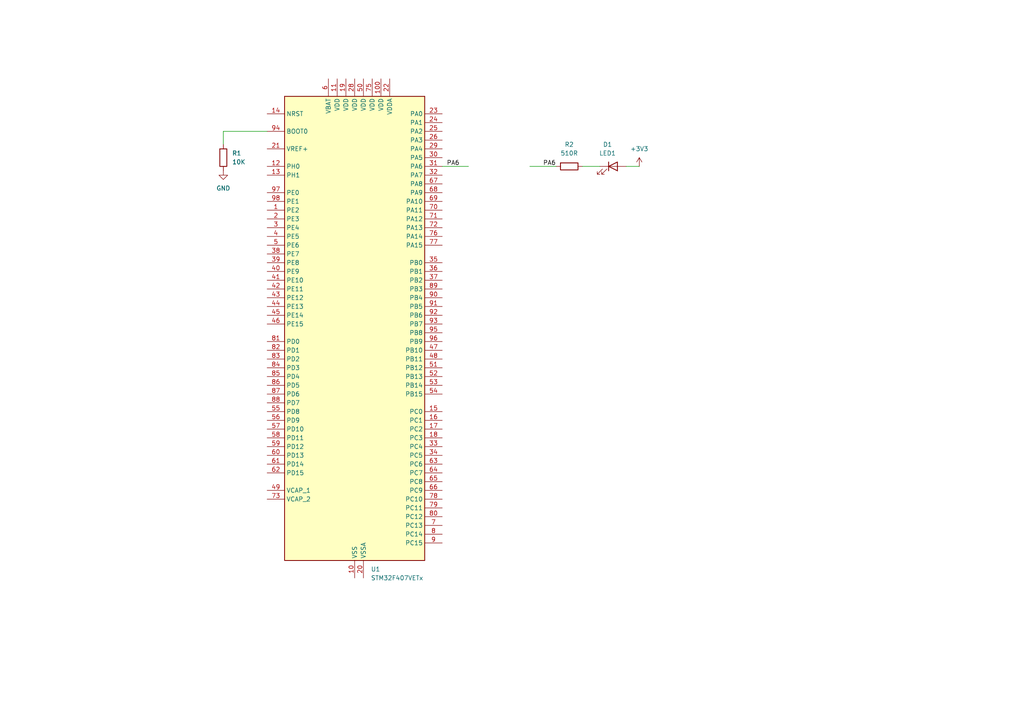
<source format=kicad_sch>
(kicad_sch
	(version 20250114)
	(generator "eeschema")
	(generator_version "9.0")
	(uuid "af1b8215-744b-4611-9afe-67736f56dd3a")
	(paper "A4")
	(lib_symbols
		(symbol "Device:LED"
			(pin_numbers
				(hide yes)
			)
			(pin_names
				(offset 1.016)
				(hide yes)
			)
			(exclude_from_sim no)
			(in_bom yes)
			(on_board yes)
			(property "Reference" "D"
				(at 0 2.54 0)
				(effects
					(font
						(size 1.27 1.27)
					)
				)
			)
			(property "Value" "LED"
				(at 0 -2.54 0)
				(effects
					(font
						(size 1.27 1.27)
					)
				)
			)
			(property "Footprint" ""
				(at 0 0 0)
				(effects
					(font
						(size 1.27 1.27)
					)
					(hide yes)
				)
			)
			(property "Datasheet" "~"
				(at 0 0 0)
				(effects
					(font
						(size 1.27 1.27)
					)
					(hide yes)
				)
			)
			(property "Description" "Light emitting diode"
				(at 0 0 0)
				(effects
					(font
						(size 1.27 1.27)
					)
					(hide yes)
				)
			)
			(property "Sim.Pins" "1=K 2=A"
				(at 0 0 0)
				(effects
					(font
						(size 1.27 1.27)
					)
					(hide yes)
				)
			)
			(property "ki_keywords" "LED diode"
				(at 0 0 0)
				(effects
					(font
						(size 1.27 1.27)
					)
					(hide yes)
				)
			)
			(property "ki_fp_filters" "LED* LED_SMD:* LED_THT:*"
				(at 0 0 0)
				(effects
					(font
						(size 1.27 1.27)
					)
					(hide yes)
				)
			)
			(symbol "LED_0_1"
				(polyline
					(pts
						(xy -3.048 -0.762) (xy -4.572 -2.286) (xy -3.81 -2.286) (xy -4.572 -2.286) (xy -4.572 -1.524)
					)
					(stroke
						(width 0)
						(type default)
					)
					(fill
						(type none)
					)
				)
				(polyline
					(pts
						(xy -1.778 -0.762) (xy -3.302 -2.286) (xy -2.54 -2.286) (xy -3.302 -2.286) (xy -3.302 -1.524)
					)
					(stroke
						(width 0)
						(type default)
					)
					(fill
						(type none)
					)
				)
				(polyline
					(pts
						(xy -1.27 0) (xy 1.27 0)
					)
					(stroke
						(width 0)
						(type default)
					)
					(fill
						(type none)
					)
				)
				(polyline
					(pts
						(xy -1.27 -1.27) (xy -1.27 1.27)
					)
					(stroke
						(width 0.254)
						(type default)
					)
					(fill
						(type none)
					)
				)
				(polyline
					(pts
						(xy 1.27 -1.27) (xy 1.27 1.27) (xy -1.27 0) (xy 1.27 -1.27)
					)
					(stroke
						(width 0.254)
						(type default)
					)
					(fill
						(type none)
					)
				)
			)
			(symbol "LED_1_1"
				(pin passive line
					(at -3.81 0 0)
					(length 2.54)
					(name "K"
						(effects
							(font
								(size 1.27 1.27)
							)
						)
					)
					(number "1"
						(effects
							(font
								(size 1.27 1.27)
							)
						)
					)
				)
				(pin passive line
					(at 3.81 0 180)
					(length 2.54)
					(name "A"
						(effects
							(font
								(size 1.27 1.27)
							)
						)
					)
					(number "2"
						(effects
							(font
								(size 1.27 1.27)
							)
						)
					)
				)
			)
			(embedded_fonts no)
		)
		(symbol "Device:R"
			(pin_numbers
				(hide yes)
			)
			(pin_names
				(offset 0)
			)
			(exclude_from_sim no)
			(in_bom yes)
			(on_board yes)
			(property "Reference" "R"
				(at 2.032 0 90)
				(effects
					(font
						(size 1.27 1.27)
					)
				)
			)
			(property "Value" "R"
				(at 0 0 90)
				(effects
					(font
						(size 1.27 1.27)
					)
				)
			)
			(property "Footprint" ""
				(at -1.778 0 90)
				(effects
					(font
						(size 1.27 1.27)
					)
					(hide yes)
				)
			)
			(property "Datasheet" "~"
				(at 0 0 0)
				(effects
					(font
						(size 1.27 1.27)
					)
					(hide yes)
				)
			)
			(property "Description" "Resistor"
				(at 0 0 0)
				(effects
					(font
						(size 1.27 1.27)
					)
					(hide yes)
				)
			)
			(property "ki_keywords" "R res resistor"
				(at 0 0 0)
				(effects
					(font
						(size 1.27 1.27)
					)
					(hide yes)
				)
			)
			(property "ki_fp_filters" "R_*"
				(at 0 0 0)
				(effects
					(font
						(size 1.27 1.27)
					)
					(hide yes)
				)
			)
			(symbol "R_0_1"
				(rectangle
					(start -1.016 -2.54)
					(end 1.016 2.54)
					(stroke
						(width 0.254)
						(type default)
					)
					(fill
						(type none)
					)
				)
			)
			(symbol "R_1_1"
				(pin passive line
					(at 0 3.81 270)
					(length 1.27)
					(name "~"
						(effects
							(font
								(size 1.27 1.27)
							)
						)
					)
					(number "1"
						(effects
							(font
								(size 1.27 1.27)
							)
						)
					)
				)
				(pin passive line
					(at 0 -3.81 90)
					(length 1.27)
					(name "~"
						(effects
							(font
								(size 1.27 1.27)
							)
						)
					)
					(number "2"
						(effects
							(font
								(size 1.27 1.27)
							)
						)
					)
				)
			)
			(embedded_fonts no)
		)
		(symbol "MCU_ST_STM32F4:STM32F407VETx"
			(exclude_from_sim no)
			(in_bom yes)
			(on_board yes)
			(property "Reference" "U"
				(at -20.32 69.85 0)
				(effects
					(font
						(size 1.27 1.27)
					)
					(justify left)
				)
			)
			(property "Value" "STM32F407VETx"
				(at 12.7 69.85 0)
				(effects
					(font
						(size 1.27 1.27)
					)
					(justify left)
				)
			)
			(property "Footprint" "Package_QFP:LQFP-100_14x14mm_P0.5mm"
				(at -20.32 -66.04 0)
				(effects
					(font
						(size 1.27 1.27)
					)
					(justify right)
					(hide yes)
				)
			)
			(property "Datasheet" "https://www.st.com/resource/en/datasheet/stm32f407ve.pdf"
				(at 0 0 0)
				(effects
					(font
						(size 1.27 1.27)
					)
					(hide yes)
				)
			)
			(property "Description" "STMicroelectronics Arm Cortex-M4 MCU, 512KB flash, 192KB RAM, 168 MHz, 1.8-3.6V, 82 GPIO, LQFP100"
				(at 0 0 0)
				(effects
					(font
						(size 1.27 1.27)
					)
					(hide yes)
				)
			)
			(property "ki_keywords" "Arm Cortex-M4 STM32F4 STM32F407/417"
				(at 0 0 0)
				(effects
					(font
						(size 1.27 1.27)
					)
					(hide yes)
				)
			)
			(property "ki_fp_filters" "LQFP*14x14mm*P0.5mm*"
				(at 0 0 0)
				(effects
					(font
						(size 1.27 1.27)
					)
					(hide yes)
				)
			)
			(symbol "STM32F407VETx_0_1"
				(rectangle
					(start -20.32 -66.04)
					(end 20.32 68.58)
					(stroke
						(width 0.254)
						(type default)
					)
					(fill
						(type background)
					)
				)
			)
			(symbol "STM32F407VETx_1_1"
				(pin input line
					(at -25.4 63.5 0)
					(length 5.08)
					(name "NRST"
						(effects
							(font
								(size 1.27 1.27)
							)
						)
					)
					(number "14"
						(effects
							(font
								(size 1.27 1.27)
							)
						)
					)
				)
				(pin input line
					(at -25.4 58.42 0)
					(length 5.08)
					(name "BOOT0"
						(effects
							(font
								(size 1.27 1.27)
							)
						)
					)
					(number "94"
						(effects
							(font
								(size 1.27 1.27)
							)
						)
					)
				)
				(pin input line
					(at -25.4 53.34 0)
					(length 5.08)
					(name "VREF+"
						(effects
							(font
								(size 1.27 1.27)
							)
						)
					)
					(number "21"
						(effects
							(font
								(size 1.27 1.27)
							)
						)
					)
				)
				(pin bidirectional line
					(at -25.4 48.26 0)
					(length 5.08)
					(name "PH0"
						(effects
							(font
								(size 1.27 1.27)
							)
						)
					)
					(number "12"
						(effects
							(font
								(size 1.27 1.27)
							)
						)
					)
					(alternate "RCC_OSC_IN" bidirectional line)
				)
				(pin bidirectional line
					(at -25.4 45.72 0)
					(length 5.08)
					(name "PH1"
						(effects
							(font
								(size 1.27 1.27)
							)
						)
					)
					(number "13"
						(effects
							(font
								(size 1.27 1.27)
							)
						)
					)
					(alternate "RCC_OSC_OUT" bidirectional line)
				)
				(pin bidirectional line
					(at -25.4 40.64 0)
					(length 5.08)
					(name "PE0"
						(effects
							(font
								(size 1.27 1.27)
							)
						)
					)
					(number "97"
						(effects
							(font
								(size 1.27 1.27)
							)
						)
					)
					(alternate "DCMI_D2" bidirectional line)
					(alternate "FSMC_NBL0" bidirectional line)
					(alternate "TIM4_ETR" bidirectional line)
				)
				(pin bidirectional line
					(at -25.4 38.1 0)
					(length 5.08)
					(name "PE1"
						(effects
							(font
								(size 1.27 1.27)
							)
						)
					)
					(number "98"
						(effects
							(font
								(size 1.27 1.27)
							)
						)
					)
					(alternate "DCMI_D3" bidirectional line)
					(alternate "FSMC_NBL1" bidirectional line)
				)
				(pin bidirectional line
					(at -25.4 35.56 0)
					(length 5.08)
					(name "PE2"
						(effects
							(font
								(size 1.27 1.27)
							)
						)
					)
					(number "1"
						(effects
							(font
								(size 1.27 1.27)
							)
						)
					)
					(alternate "ETH_TXD3" bidirectional line)
					(alternate "FSMC_A23" bidirectional line)
					(alternate "SYS_TRACECLK" bidirectional line)
				)
				(pin bidirectional line
					(at -25.4 33.02 0)
					(length 5.08)
					(name "PE3"
						(effects
							(font
								(size 1.27 1.27)
							)
						)
					)
					(number "2"
						(effects
							(font
								(size 1.27 1.27)
							)
						)
					)
					(alternate "FSMC_A19" bidirectional line)
					(alternate "SYS_TRACED0" bidirectional line)
				)
				(pin bidirectional line
					(at -25.4 30.48 0)
					(length 5.08)
					(name "PE4"
						(effects
							(font
								(size 1.27 1.27)
							)
						)
					)
					(number "3"
						(effects
							(font
								(size 1.27 1.27)
							)
						)
					)
					(alternate "DCMI_D4" bidirectional line)
					(alternate "FSMC_A20" bidirectional line)
					(alternate "SYS_TRACED1" bidirectional line)
				)
				(pin bidirectional line
					(at -25.4 27.94 0)
					(length 5.08)
					(name "PE5"
						(effects
							(font
								(size 1.27 1.27)
							)
						)
					)
					(number "4"
						(effects
							(font
								(size 1.27 1.27)
							)
						)
					)
					(alternate "DCMI_D6" bidirectional line)
					(alternate "FSMC_A21" bidirectional line)
					(alternate "SYS_TRACED2" bidirectional line)
					(alternate "TIM9_CH1" bidirectional line)
				)
				(pin bidirectional line
					(at -25.4 25.4 0)
					(length 5.08)
					(name "PE6"
						(effects
							(font
								(size 1.27 1.27)
							)
						)
					)
					(number "5"
						(effects
							(font
								(size 1.27 1.27)
							)
						)
					)
					(alternate "DCMI_D7" bidirectional line)
					(alternate "FSMC_A22" bidirectional line)
					(alternate "SYS_TRACED3" bidirectional line)
					(alternate "TIM9_CH2" bidirectional line)
				)
				(pin bidirectional line
					(at -25.4 22.86 0)
					(length 5.08)
					(name "PE7"
						(effects
							(font
								(size 1.27 1.27)
							)
						)
					)
					(number "38"
						(effects
							(font
								(size 1.27 1.27)
							)
						)
					)
					(alternate "FSMC_D4" bidirectional line)
					(alternate "FSMC_DA4" bidirectional line)
					(alternate "TIM1_ETR" bidirectional line)
				)
				(pin bidirectional line
					(at -25.4 20.32 0)
					(length 5.08)
					(name "PE8"
						(effects
							(font
								(size 1.27 1.27)
							)
						)
					)
					(number "39"
						(effects
							(font
								(size 1.27 1.27)
							)
						)
					)
					(alternate "FSMC_D5" bidirectional line)
					(alternate "FSMC_DA5" bidirectional line)
					(alternate "TIM1_CH1N" bidirectional line)
				)
				(pin bidirectional line
					(at -25.4 17.78 0)
					(length 5.08)
					(name "PE9"
						(effects
							(font
								(size 1.27 1.27)
							)
						)
					)
					(number "40"
						(effects
							(font
								(size 1.27 1.27)
							)
						)
					)
					(alternate "DAC_EXTI9" bidirectional line)
					(alternate "FSMC_D6" bidirectional line)
					(alternate "FSMC_DA6" bidirectional line)
					(alternate "TIM1_CH1" bidirectional line)
				)
				(pin bidirectional line
					(at -25.4 15.24 0)
					(length 5.08)
					(name "PE10"
						(effects
							(font
								(size 1.27 1.27)
							)
						)
					)
					(number "41"
						(effects
							(font
								(size 1.27 1.27)
							)
						)
					)
					(alternate "FSMC_D7" bidirectional line)
					(alternate "FSMC_DA7" bidirectional line)
					(alternate "TIM1_CH2N" bidirectional line)
				)
				(pin bidirectional line
					(at -25.4 12.7 0)
					(length 5.08)
					(name "PE11"
						(effects
							(font
								(size 1.27 1.27)
							)
						)
					)
					(number "42"
						(effects
							(font
								(size 1.27 1.27)
							)
						)
					)
					(alternate "ADC1_EXTI11" bidirectional line)
					(alternate "ADC2_EXTI11" bidirectional line)
					(alternate "ADC3_EXTI11" bidirectional line)
					(alternate "FSMC_D8" bidirectional line)
					(alternate "FSMC_DA8" bidirectional line)
					(alternate "TIM1_CH2" bidirectional line)
				)
				(pin bidirectional line
					(at -25.4 10.16 0)
					(length 5.08)
					(name "PE12"
						(effects
							(font
								(size 1.27 1.27)
							)
						)
					)
					(number "43"
						(effects
							(font
								(size 1.27 1.27)
							)
						)
					)
					(alternate "FSMC_D9" bidirectional line)
					(alternate "FSMC_DA9" bidirectional line)
					(alternate "TIM1_CH3N" bidirectional line)
				)
				(pin bidirectional line
					(at -25.4 7.62 0)
					(length 5.08)
					(name "PE13"
						(effects
							(font
								(size 1.27 1.27)
							)
						)
					)
					(number "44"
						(effects
							(font
								(size 1.27 1.27)
							)
						)
					)
					(alternate "FSMC_D10" bidirectional line)
					(alternate "FSMC_DA10" bidirectional line)
					(alternate "TIM1_CH3" bidirectional line)
				)
				(pin bidirectional line
					(at -25.4 5.08 0)
					(length 5.08)
					(name "PE14"
						(effects
							(font
								(size 1.27 1.27)
							)
						)
					)
					(number "45"
						(effects
							(font
								(size 1.27 1.27)
							)
						)
					)
					(alternate "FSMC_D11" bidirectional line)
					(alternate "FSMC_DA11" bidirectional line)
					(alternate "TIM1_CH4" bidirectional line)
				)
				(pin bidirectional line
					(at -25.4 2.54 0)
					(length 5.08)
					(name "PE15"
						(effects
							(font
								(size 1.27 1.27)
							)
						)
					)
					(number "46"
						(effects
							(font
								(size 1.27 1.27)
							)
						)
					)
					(alternate "ADC1_EXTI15" bidirectional line)
					(alternate "ADC2_EXTI15" bidirectional line)
					(alternate "ADC3_EXTI15" bidirectional line)
					(alternate "FSMC_D12" bidirectional line)
					(alternate "FSMC_DA12" bidirectional line)
					(alternate "TIM1_BKIN" bidirectional line)
				)
				(pin bidirectional line
					(at -25.4 -2.54 0)
					(length 5.08)
					(name "PD0"
						(effects
							(font
								(size 1.27 1.27)
							)
						)
					)
					(number "81"
						(effects
							(font
								(size 1.27 1.27)
							)
						)
					)
					(alternate "CAN1_RX" bidirectional line)
					(alternate "FSMC_D2" bidirectional line)
					(alternate "FSMC_DA2" bidirectional line)
				)
				(pin bidirectional line
					(at -25.4 -5.08 0)
					(length 5.08)
					(name "PD1"
						(effects
							(font
								(size 1.27 1.27)
							)
						)
					)
					(number "82"
						(effects
							(font
								(size 1.27 1.27)
							)
						)
					)
					(alternate "CAN1_TX" bidirectional line)
					(alternate "FSMC_D3" bidirectional line)
					(alternate "FSMC_DA3" bidirectional line)
				)
				(pin bidirectional line
					(at -25.4 -7.62 0)
					(length 5.08)
					(name "PD2"
						(effects
							(font
								(size 1.27 1.27)
							)
						)
					)
					(number "83"
						(effects
							(font
								(size 1.27 1.27)
							)
						)
					)
					(alternate "DCMI_D11" bidirectional line)
					(alternate "SDIO_CMD" bidirectional line)
					(alternate "TIM3_ETR" bidirectional line)
					(alternate "UART5_RX" bidirectional line)
				)
				(pin bidirectional line
					(at -25.4 -10.16 0)
					(length 5.08)
					(name "PD3"
						(effects
							(font
								(size 1.27 1.27)
							)
						)
					)
					(number "84"
						(effects
							(font
								(size 1.27 1.27)
							)
						)
					)
					(alternate "FSMC_CLK" bidirectional line)
					(alternate "USART2_CTS" bidirectional line)
				)
				(pin bidirectional line
					(at -25.4 -12.7 0)
					(length 5.08)
					(name "PD4"
						(effects
							(font
								(size 1.27 1.27)
							)
						)
					)
					(number "85"
						(effects
							(font
								(size 1.27 1.27)
							)
						)
					)
					(alternate "FSMC_NOE" bidirectional line)
					(alternate "USART2_RTS" bidirectional line)
				)
				(pin bidirectional line
					(at -25.4 -15.24 0)
					(length 5.08)
					(name "PD5"
						(effects
							(font
								(size 1.27 1.27)
							)
						)
					)
					(number "86"
						(effects
							(font
								(size 1.27 1.27)
							)
						)
					)
					(alternate "FSMC_NWE" bidirectional line)
					(alternate "USART2_TX" bidirectional line)
				)
				(pin bidirectional line
					(at -25.4 -17.78 0)
					(length 5.08)
					(name "PD6"
						(effects
							(font
								(size 1.27 1.27)
							)
						)
					)
					(number "87"
						(effects
							(font
								(size 1.27 1.27)
							)
						)
					)
					(alternate "FSMC_NWAIT" bidirectional line)
					(alternate "USART2_RX" bidirectional line)
				)
				(pin bidirectional line
					(at -25.4 -20.32 0)
					(length 5.08)
					(name "PD7"
						(effects
							(font
								(size 1.27 1.27)
							)
						)
					)
					(number "88"
						(effects
							(font
								(size 1.27 1.27)
							)
						)
					)
					(alternate "FSMC_NCE2" bidirectional line)
					(alternate "FSMC_NE1" bidirectional line)
					(alternate "USART2_CK" bidirectional line)
				)
				(pin bidirectional line
					(at -25.4 -22.86 0)
					(length 5.08)
					(name "PD8"
						(effects
							(font
								(size 1.27 1.27)
							)
						)
					)
					(number "55"
						(effects
							(font
								(size 1.27 1.27)
							)
						)
					)
					(alternate "FSMC_D13" bidirectional line)
					(alternate "FSMC_DA13" bidirectional line)
					(alternate "USART3_TX" bidirectional line)
				)
				(pin bidirectional line
					(at -25.4 -25.4 0)
					(length 5.08)
					(name "PD9"
						(effects
							(font
								(size 1.27 1.27)
							)
						)
					)
					(number "56"
						(effects
							(font
								(size 1.27 1.27)
							)
						)
					)
					(alternate "DAC_EXTI9" bidirectional line)
					(alternate "FSMC_D14" bidirectional line)
					(alternate "FSMC_DA14" bidirectional line)
					(alternate "USART3_RX" bidirectional line)
				)
				(pin bidirectional line
					(at -25.4 -27.94 0)
					(length 5.08)
					(name "PD10"
						(effects
							(font
								(size 1.27 1.27)
							)
						)
					)
					(number "57"
						(effects
							(font
								(size 1.27 1.27)
							)
						)
					)
					(alternate "FSMC_D15" bidirectional line)
					(alternate "FSMC_DA15" bidirectional line)
					(alternate "USART3_CK" bidirectional line)
				)
				(pin bidirectional line
					(at -25.4 -30.48 0)
					(length 5.08)
					(name "PD11"
						(effects
							(font
								(size 1.27 1.27)
							)
						)
					)
					(number "58"
						(effects
							(font
								(size 1.27 1.27)
							)
						)
					)
					(alternate "ADC1_EXTI11" bidirectional line)
					(alternate "ADC2_EXTI11" bidirectional line)
					(alternate "ADC3_EXTI11" bidirectional line)
					(alternate "FSMC_A16" bidirectional line)
					(alternate "FSMC_CLE" bidirectional line)
					(alternate "USART3_CTS" bidirectional line)
				)
				(pin bidirectional line
					(at -25.4 -33.02 0)
					(length 5.08)
					(name "PD12"
						(effects
							(font
								(size 1.27 1.27)
							)
						)
					)
					(number "59"
						(effects
							(font
								(size 1.27 1.27)
							)
						)
					)
					(alternate "FSMC_A17" bidirectional line)
					(alternate "FSMC_ALE" bidirectional line)
					(alternate "TIM4_CH1" bidirectional line)
					(alternate "USART3_RTS" bidirectional line)
				)
				(pin bidirectional line
					(at -25.4 -35.56 0)
					(length 5.08)
					(name "PD13"
						(effects
							(font
								(size 1.27 1.27)
							)
						)
					)
					(number "60"
						(effects
							(font
								(size 1.27 1.27)
							)
						)
					)
					(alternate "FSMC_A18" bidirectional line)
					(alternate "TIM4_CH2" bidirectional line)
				)
				(pin bidirectional line
					(at -25.4 -38.1 0)
					(length 5.08)
					(name "PD14"
						(effects
							(font
								(size 1.27 1.27)
							)
						)
					)
					(number "61"
						(effects
							(font
								(size 1.27 1.27)
							)
						)
					)
					(alternate "FSMC_D0" bidirectional line)
					(alternate "FSMC_DA0" bidirectional line)
					(alternate "TIM4_CH3" bidirectional line)
				)
				(pin bidirectional line
					(at -25.4 -40.64 0)
					(length 5.08)
					(name "PD15"
						(effects
							(font
								(size 1.27 1.27)
							)
						)
					)
					(number "62"
						(effects
							(font
								(size 1.27 1.27)
							)
						)
					)
					(alternate "ADC1_EXTI15" bidirectional line)
					(alternate "ADC2_EXTI15" bidirectional line)
					(alternate "ADC3_EXTI15" bidirectional line)
					(alternate "FSMC_D1" bidirectional line)
					(alternate "FSMC_DA1" bidirectional line)
					(alternate "TIM4_CH4" bidirectional line)
				)
				(pin power_out line
					(at -25.4 -45.72 0)
					(length 5.08)
					(name "VCAP_1"
						(effects
							(font
								(size 1.27 1.27)
							)
						)
					)
					(number "49"
						(effects
							(font
								(size 1.27 1.27)
							)
						)
					)
				)
				(pin power_out line
					(at -25.4 -48.26 0)
					(length 5.08)
					(name "VCAP_2"
						(effects
							(font
								(size 1.27 1.27)
							)
						)
					)
					(number "73"
						(effects
							(font
								(size 1.27 1.27)
							)
						)
					)
				)
				(pin power_in line
					(at -7.62 73.66 270)
					(length 5.08)
					(name "VBAT"
						(effects
							(font
								(size 1.27 1.27)
							)
						)
					)
					(number "6"
						(effects
							(font
								(size 1.27 1.27)
							)
						)
					)
				)
				(pin power_in line
					(at -5.08 73.66 270)
					(length 5.08)
					(name "VDD"
						(effects
							(font
								(size 1.27 1.27)
							)
						)
					)
					(number "11"
						(effects
							(font
								(size 1.27 1.27)
							)
						)
					)
				)
				(pin power_in line
					(at -2.54 73.66 270)
					(length 5.08)
					(name "VDD"
						(effects
							(font
								(size 1.27 1.27)
							)
						)
					)
					(number "19"
						(effects
							(font
								(size 1.27 1.27)
							)
						)
					)
				)
				(pin power_in line
					(at 0 73.66 270)
					(length 5.08)
					(name "VDD"
						(effects
							(font
								(size 1.27 1.27)
							)
						)
					)
					(number "28"
						(effects
							(font
								(size 1.27 1.27)
							)
						)
					)
				)
				(pin power_in line
					(at 0 -71.12 90)
					(length 5.08)
					(name "VSS"
						(effects
							(font
								(size 1.27 1.27)
							)
						)
					)
					(number "10"
						(effects
							(font
								(size 1.27 1.27)
							)
						)
					)
				)
				(pin passive line
					(at 0 -71.12 90)
					(length 5.08)
					(hide yes)
					(name "VSS"
						(effects
							(font
								(size 1.27 1.27)
							)
						)
					)
					(number "27"
						(effects
							(font
								(size 1.27 1.27)
							)
						)
					)
				)
				(pin passive line
					(at 0 -71.12 90)
					(length 5.08)
					(hide yes)
					(name "VSS"
						(effects
							(font
								(size 1.27 1.27)
							)
						)
					)
					(number "74"
						(effects
							(font
								(size 1.27 1.27)
							)
						)
					)
				)
				(pin passive line
					(at 0 -71.12 90)
					(length 5.08)
					(hide yes)
					(name "VSS"
						(effects
							(font
								(size 1.27 1.27)
							)
						)
					)
					(number "99"
						(effects
							(font
								(size 1.27 1.27)
							)
						)
					)
				)
				(pin power_in line
					(at 2.54 73.66 270)
					(length 5.08)
					(name "VDD"
						(effects
							(font
								(size 1.27 1.27)
							)
						)
					)
					(number "50"
						(effects
							(font
								(size 1.27 1.27)
							)
						)
					)
				)
				(pin power_in line
					(at 2.54 -71.12 90)
					(length 5.08)
					(name "VSSA"
						(effects
							(font
								(size 1.27 1.27)
							)
						)
					)
					(number "20"
						(effects
							(font
								(size 1.27 1.27)
							)
						)
					)
				)
				(pin power_in line
					(at 5.08 73.66 270)
					(length 5.08)
					(name "VDD"
						(effects
							(font
								(size 1.27 1.27)
							)
						)
					)
					(number "75"
						(effects
							(font
								(size 1.27 1.27)
							)
						)
					)
				)
				(pin power_in line
					(at 7.62 73.66 270)
					(length 5.08)
					(name "VDD"
						(effects
							(font
								(size 1.27 1.27)
							)
						)
					)
					(number "100"
						(effects
							(font
								(size 1.27 1.27)
							)
						)
					)
				)
				(pin power_in line
					(at 10.16 73.66 270)
					(length 5.08)
					(name "VDDA"
						(effects
							(font
								(size 1.27 1.27)
							)
						)
					)
					(number "22"
						(effects
							(font
								(size 1.27 1.27)
							)
						)
					)
				)
				(pin bidirectional line
					(at 25.4 63.5 180)
					(length 5.08)
					(name "PA0"
						(effects
							(font
								(size 1.27 1.27)
							)
						)
					)
					(number "23"
						(effects
							(font
								(size 1.27 1.27)
							)
						)
					)
					(alternate "ADC1_IN0" bidirectional line)
					(alternate "ADC2_IN0" bidirectional line)
					(alternate "ADC3_IN0" bidirectional line)
					(alternate "ETH_CRS" bidirectional line)
					(alternate "SYS_WKUP" bidirectional line)
					(alternate "TIM2_CH1" bidirectional line)
					(alternate "TIM2_ETR" bidirectional line)
					(alternate "TIM5_CH1" bidirectional line)
					(alternate "TIM8_ETR" bidirectional line)
					(alternate "UART4_TX" bidirectional line)
					(alternate "USART2_CTS" bidirectional line)
				)
				(pin bidirectional line
					(at 25.4 60.96 180)
					(length 5.08)
					(name "PA1"
						(effects
							(font
								(size 1.27 1.27)
							)
						)
					)
					(number "24"
						(effects
							(font
								(size 1.27 1.27)
							)
						)
					)
					(alternate "ADC1_IN1" bidirectional line)
					(alternate "ADC2_IN1" bidirectional line)
					(alternate "ADC3_IN1" bidirectional line)
					(alternate "ETH_REF_CLK" bidirectional line)
					(alternate "ETH_RX_CLK" bidirectional line)
					(alternate "TIM2_CH2" bidirectional line)
					(alternate "TIM5_CH2" bidirectional line)
					(alternate "UART4_RX" bidirectional line)
					(alternate "USART2_RTS" bidirectional line)
				)
				(pin bidirectional line
					(at 25.4 58.42 180)
					(length 5.08)
					(name "PA2"
						(effects
							(font
								(size 1.27 1.27)
							)
						)
					)
					(number "25"
						(effects
							(font
								(size 1.27 1.27)
							)
						)
					)
					(alternate "ADC1_IN2" bidirectional line)
					(alternate "ADC2_IN2" bidirectional line)
					(alternate "ADC3_IN2" bidirectional line)
					(alternate "ETH_MDIO" bidirectional line)
					(alternate "TIM2_CH3" bidirectional line)
					(alternate "TIM5_CH3" bidirectional line)
					(alternate "TIM9_CH1" bidirectional line)
					(alternate "USART2_TX" bidirectional line)
				)
				(pin bidirectional line
					(at 25.4 55.88 180)
					(length 5.08)
					(name "PA3"
						(effects
							(font
								(size 1.27 1.27)
							)
						)
					)
					(number "26"
						(effects
							(font
								(size 1.27 1.27)
							)
						)
					)
					(alternate "ADC1_IN3" bidirectional line)
					(alternate "ADC2_IN3" bidirectional line)
					(alternate "ADC3_IN3" bidirectional line)
					(alternate "ETH_COL" bidirectional line)
					(alternate "TIM2_CH4" bidirectional line)
					(alternate "TIM5_CH4" bidirectional line)
					(alternate "TIM9_CH2" bidirectional line)
					(alternate "USART2_RX" bidirectional line)
					(alternate "USB_OTG_HS_ULPI_D0" bidirectional line)
				)
				(pin bidirectional line
					(at 25.4 53.34 180)
					(length 5.08)
					(name "PA4"
						(effects
							(font
								(size 1.27 1.27)
							)
						)
					)
					(number "29"
						(effects
							(font
								(size 1.27 1.27)
							)
						)
					)
					(alternate "ADC1_IN4" bidirectional line)
					(alternate "ADC2_IN4" bidirectional line)
					(alternate "DAC_OUT1" bidirectional line)
					(alternate "DCMI_HSYNC" bidirectional line)
					(alternate "I2S3_WS" bidirectional line)
					(alternate "SPI1_NSS" bidirectional line)
					(alternate "SPI3_NSS" bidirectional line)
					(alternate "USART2_CK" bidirectional line)
					(alternate "USB_OTG_HS_SOF" bidirectional line)
				)
				(pin bidirectional line
					(at 25.4 50.8 180)
					(length 5.08)
					(name "PA5"
						(effects
							(font
								(size 1.27 1.27)
							)
						)
					)
					(number "30"
						(effects
							(font
								(size 1.27 1.27)
							)
						)
					)
					(alternate "ADC1_IN5" bidirectional line)
					(alternate "ADC2_IN5" bidirectional line)
					(alternate "DAC_OUT2" bidirectional line)
					(alternate "SPI1_SCK" bidirectional line)
					(alternate "TIM2_CH1" bidirectional line)
					(alternate "TIM2_ETR" bidirectional line)
					(alternate "TIM8_CH1N" bidirectional line)
					(alternate "USB_OTG_HS_ULPI_CK" bidirectional line)
				)
				(pin bidirectional line
					(at 25.4 48.26 180)
					(length 5.08)
					(name "PA6"
						(effects
							(font
								(size 1.27 1.27)
							)
						)
					)
					(number "31"
						(effects
							(font
								(size 1.27 1.27)
							)
						)
					)
					(alternate "ADC1_IN6" bidirectional line)
					(alternate "ADC2_IN6" bidirectional line)
					(alternate "DCMI_PIXCLK" bidirectional line)
					(alternate "SPI1_MISO" bidirectional line)
					(alternate "TIM13_CH1" bidirectional line)
					(alternate "TIM1_BKIN" bidirectional line)
					(alternate "TIM3_CH1" bidirectional line)
					(alternate "TIM8_BKIN" bidirectional line)
				)
				(pin bidirectional line
					(at 25.4 45.72 180)
					(length 5.08)
					(name "PA7"
						(effects
							(font
								(size 1.27 1.27)
							)
						)
					)
					(number "32"
						(effects
							(font
								(size 1.27 1.27)
							)
						)
					)
					(alternate "ADC1_IN7" bidirectional line)
					(alternate "ADC2_IN7" bidirectional line)
					(alternate "ETH_CRS_DV" bidirectional line)
					(alternate "ETH_RX_DV" bidirectional line)
					(alternate "SPI1_MOSI" bidirectional line)
					(alternate "TIM14_CH1" bidirectional line)
					(alternate "TIM1_CH1N" bidirectional line)
					(alternate "TIM3_CH2" bidirectional line)
					(alternate "TIM8_CH1N" bidirectional line)
				)
				(pin bidirectional line
					(at 25.4 43.18 180)
					(length 5.08)
					(name "PA8"
						(effects
							(font
								(size 1.27 1.27)
							)
						)
					)
					(number "67"
						(effects
							(font
								(size 1.27 1.27)
							)
						)
					)
					(alternate "I2C3_SCL" bidirectional line)
					(alternate "RCC_MCO_1" bidirectional line)
					(alternate "TIM1_CH1" bidirectional line)
					(alternate "USART1_CK" bidirectional line)
					(alternate "USB_OTG_FS_SOF" bidirectional line)
				)
				(pin bidirectional line
					(at 25.4 40.64 180)
					(length 5.08)
					(name "PA9"
						(effects
							(font
								(size 1.27 1.27)
							)
						)
					)
					(number "68"
						(effects
							(font
								(size 1.27 1.27)
							)
						)
					)
					(alternate "DAC_EXTI9" bidirectional line)
					(alternate "DCMI_D0" bidirectional line)
					(alternate "I2C3_SMBA" bidirectional line)
					(alternate "TIM1_CH2" bidirectional line)
					(alternate "USART1_TX" bidirectional line)
					(alternate "USB_OTG_FS_VBUS" bidirectional line)
				)
				(pin bidirectional line
					(at 25.4 38.1 180)
					(length 5.08)
					(name "PA10"
						(effects
							(font
								(size 1.27 1.27)
							)
						)
					)
					(number "69"
						(effects
							(font
								(size 1.27 1.27)
							)
						)
					)
					(alternate "DCMI_D1" bidirectional line)
					(alternate "TIM1_CH3" bidirectional line)
					(alternate "USART1_RX" bidirectional line)
					(alternate "USB_OTG_FS_ID" bidirectional line)
				)
				(pin bidirectional line
					(at 25.4 35.56 180)
					(length 5.08)
					(name "PA11"
						(effects
							(font
								(size 1.27 1.27)
							)
						)
					)
					(number "70"
						(effects
							(font
								(size 1.27 1.27)
							)
						)
					)
					(alternate "ADC1_EXTI11" bidirectional line)
					(alternate "ADC2_EXTI11" bidirectional line)
					(alternate "ADC3_EXTI11" bidirectional line)
					(alternate "CAN1_RX" bidirectional line)
					(alternate "TIM1_CH4" bidirectional line)
					(alternate "USART1_CTS" bidirectional line)
					(alternate "USB_OTG_FS_DM" bidirectional line)
				)
				(pin bidirectional line
					(at 25.4 33.02 180)
					(length 5.08)
					(name "PA12"
						(effects
							(font
								(size 1.27 1.27)
							)
						)
					)
					(number "71"
						(effects
							(font
								(size 1.27 1.27)
							)
						)
					)
					(alternate "CAN1_TX" bidirectional line)
					(alternate "TIM1_ETR" bidirectional line)
					(alternate "USART1_RTS" bidirectional line)
					(alternate "USB_OTG_FS_DP" bidirectional line)
				)
				(pin bidirectional line
					(at 25.4 30.48 180)
					(length 5.08)
					(name "PA13"
						(effects
							(font
								(size 1.27 1.27)
							)
						)
					)
					(number "72"
						(effects
							(font
								(size 1.27 1.27)
							)
						)
					)
					(alternate "SYS_JTMS-SWDIO" bidirectional line)
				)
				(pin bidirectional line
					(at 25.4 27.94 180)
					(length 5.08)
					(name "PA14"
						(effects
							(font
								(size 1.27 1.27)
							)
						)
					)
					(number "76"
						(effects
							(font
								(size 1.27 1.27)
							)
						)
					)
					(alternate "SYS_JTCK-SWCLK" bidirectional line)
				)
				(pin bidirectional line
					(at 25.4 25.4 180)
					(length 5.08)
					(name "PA15"
						(effects
							(font
								(size 1.27 1.27)
							)
						)
					)
					(number "77"
						(effects
							(font
								(size 1.27 1.27)
							)
						)
					)
					(alternate "ADC1_EXTI15" bidirectional line)
					(alternate "ADC2_EXTI15" bidirectional line)
					(alternate "ADC3_EXTI15" bidirectional line)
					(alternate "I2S3_WS" bidirectional line)
					(alternate "SPI1_NSS" bidirectional line)
					(alternate "SPI3_NSS" bidirectional line)
					(alternate "SYS_JTDI" bidirectional line)
					(alternate "TIM2_CH1" bidirectional line)
					(alternate "TIM2_ETR" bidirectional line)
				)
				(pin bidirectional line
					(at 25.4 20.32 180)
					(length 5.08)
					(name "PB0"
						(effects
							(font
								(size 1.27 1.27)
							)
						)
					)
					(number "35"
						(effects
							(font
								(size 1.27 1.27)
							)
						)
					)
					(alternate "ADC1_IN8" bidirectional line)
					(alternate "ADC2_IN8" bidirectional line)
					(alternate "ETH_RXD2" bidirectional line)
					(alternate "TIM1_CH2N" bidirectional line)
					(alternate "TIM3_CH3" bidirectional line)
					(alternate "TIM8_CH2N" bidirectional line)
					(alternate "USB_OTG_HS_ULPI_D1" bidirectional line)
				)
				(pin bidirectional line
					(at 25.4 17.78 180)
					(length 5.08)
					(name "PB1"
						(effects
							(font
								(size 1.27 1.27)
							)
						)
					)
					(number "36"
						(effects
							(font
								(size 1.27 1.27)
							)
						)
					)
					(alternate "ADC1_IN9" bidirectional line)
					(alternate "ADC2_IN9" bidirectional line)
					(alternate "ETH_RXD3" bidirectional line)
					(alternate "TIM1_CH3N" bidirectional line)
					(alternate "TIM3_CH4" bidirectional line)
					(alternate "TIM8_CH3N" bidirectional line)
					(alternate "USB_OTG_HS_ULPI_D2" bidirectional line)
				)
				(pin bidirectional line
					(at 25.4 15.24 180)
					(length 5.08)
					(name "PB2"
						(effects
							(font
								(size 1.27 1.27)
							)
						)
					)
					(number "37"
						(effects
							(font
								(size 1.27 1.27)
							)
						)
					)
				)
				(pin bidirectional line
					(at 25.4 12.7 180)
					(length 5.08)
					(name "PB3"
						(effects
							(font
								(size 1.27 1.27)
							)
						)
					)
					(number "89"
						(effects
							(font
								(size 1.27 1.27)
							)
						)
					)
					(alternate "I2S3_CK" bidirectional line)
					(alternate "SPI1_SCK" bidirectional line)
					(alternate "SPI3_SCK" bidirectional line)
					(alternate "SYS_JTDO-SWO" bidirectional line)
					(alternate "TIM2_CH2" bidirectional line)
				)
				(pin bidirectional line
					(at 25.4 10.16 180)
					(length 5.08)
					(name "PB4"
						(effects
							(font
								(size 1.27 1.27)
							)
						)
					)
					(number "90"
						(effects
							(font
								(size 1.27 1.27)
							)
						)
					)
					(alternate "I2S3_ext_SD" bidirectional line)
					(alternate "SPI1_MISO" bidirectional line)
					(alternate "SPI3_MISO" bidirectional line)
					(alternate "SYS_JTRST" bidirectional line)
					(alternate "TIM3_CH1" bidirectional line)
				)
				(pin bidirectional line
					(at 25.4 7.62 180)
					(length 5.08)
					(name "PB5"
						(effects
							(font
								(size 1.27 1.27)
							)
						)
					)
					(number "91"
						(effects
							(font
								(size 1.27 1.27)
							)
						)
					)
					(alternate "CAN2_RX" bidirectional line)
					(alternate "DCMI_D10" bidirectional line)
					(alternate "ETH_PPS_OUT" bidirectional line)
					(alternate "I2C1_SMBA" bidirectional line)
					(alternate "I2S3_SD" bidirectional line)
					(alternate "SPI1_MOSI" bidirectional line)
					(alternate "SPI3_MOSI" bidirectional line)
					(alternate "TIM3_CH2" bidirectional line)
					(alternate "USB_OTG_HS_ULPI_D7" bidirectional line)
				)
				(pin bidirectional line
					(at 25.4 5.08 180)
					(length 5.08)
					(name "PB6"
						(effects
							(font
								(size 1.27 1.27)
							)
						)
					)
					(number "92"
						(effects
							(font
								(size 1.27 1.27)
							)
						)
					)
					(alternate "CAN2_TX" bidirectional line)
					(alternate "DCMI_D5" bidirectional line)
					(alternate "I2C1_SCL" bidirectional line)
					(alternate "TIM4_CH1" bidirectional line)
					(alternate "USART1_TX" bidirectional line)
				)
				(pin bidirectional line
					(at 25.4 2.54 180)
					(length 5.08)
					(name "PB7"
						(effects
							(font
								(size 1.27 1.27)
							)
						)
					)
					(number "93"
						(effects
							(font
								(size 1.27 1.27)
							)
						)
					)
					(alternate "DCMI_VSYNC" bidirectional line)
					(alternate "FSMC_NL" bidirectional line)
					(alternate "I2C1_SDA" bidirectional line)
					(alternate "TIM4_CH2" bidirectional line)
					(alternate "USART1_RX" bidirectional line)
				)
				(pin bidirectional line
					(at 25.4 0 180)
					(length 5.08)
					(name "PB8"
						(effects
							(font
								(size 1.27 1.27)
							)
						)
					)
					(number "95"
						(effects
							(font
								(size 1.27 1.27)
							)
						)
					)
					(alternate "CAN1_RX" bidirectional line)
					(alternate "DCMI_D6" bidirectional line)
					(alternate "ETH_TXD3" bidirectional line)
					(alternate "I2C1_SCL" bidirectional line)
					(alternate "SDIO_D4" bidirectional line)
					(alternate "TIM10_CH1" bidirectional line)
					(alternate "TIM4_CH3" bidirectional line)
				)
				(pin bidirectional line
					(at 25.4 -2.54 180)
					(length 5.08)
					(name "PB9"
						(effects
							(font
								(size 1.27 1.27)
							)
						)
					)
					(number "96"
						(effects
							(font
								(size 1.27 1.27)
							)
						)
					)
					(alternate "CAN1_TX" bidirectional line)
					(alternate "DAC_EXTI9" bidirectional line)
					(alternate "DCMI_D7" bidirectional line)
					(alternate "I2C1_SDA" bidirectional line)
					(alternate "I2S2_WS" bidirectional line)
					(alternate "SDIO_D5" bidirectional line)
					(alternate "SPI2_NSS" bidirectional line)
					(alternate "TIM11_CH1" bidirectional line)
					(alternate "TIM4_CH4" bidirectional line)
				)
				(pin bidirectional line
					(at 25.4 -5.08 180)
					(length 5.08)
					(name "PB10"
						(effects
							(font
								(size 1.27 1.27)
							)
						)
					)
					(number "47"
						(effects
							(font
								(size 1.27 1.27)
							)
						)
					)
					(alternate "ETH_RX_ER" bidirectional line)
					(alternate "I2C2_SCL" bidirectional line)
					(alternate "I2S2_CK" bidirectional line)
					(alternate "SPI2_SCK" bidirectional line)
					(alternate "TIM2_CH3" bidirectional line)
					(alternate "USART3_TX" bidirectional line)
					(alternate "USB_OTG_HS_ULPI_D3" bidirectional line)
				)
				(pin bidirectional line
					(at 25.4 -7.62 180)
					(length 5.08)
					(name "PB11"
						(effects
							(font
								(size 1.27 1.27)
							)
						)
					)
					(number "48"
						(effects
							(font
								(size 1.27 1.27)
							)
						)
					)
					(alternate "ADC1_EXTI11" bidirectional line)
					(alternate "ADC2_EXTI11" bidirectional line)
					(alternate "ADC3_EXTI11" bidirectional line)
					(alternate "ETH_TX_EN" bidirectional line)
					(alternate "I2C2_SDA" bidirectional line)
					(alternate "TIM2_CH4" bidirectional line)
					(alternate "USART3_RX" bidirectional line)
					(alternate "USB_OTG_HS_ULPI_D4" bidirectional line)
				)
				(pin bidirectional line
					(at 25.4 -10.16 180)
					(length 5.08)
					(name "PB12"
						(effects
							(font
								(size 1.27 1.27)
							)
						)
					)
					(number "51"
						(effects
							(font
								(size 1.27 1.27)
							)
						)
					)
					(alternate "CAN2_RX" bidirectional line)
					(alternate "ETH_TXD0" bidirectional line)
					(alternate "I2C2_SMBA" bidirectional line)
					(alternate "I2S2_WS" bidirectional line)
					(alternate "SPI2_NSS" bidirectional line)
					(alternate "TIM1_BKIN" bidirectional line)
					(alternate "USART3_CK" bidirectional line)
					(alternate "USB_OTG_HS_ID" bidirectional line)
					(alternate "USB_OTG_HS_ULPI_D5" bidirectional line)
				)
				(pin bidirectional line
					(at 25.4 -12.7 180)
					(length 5.08)
					(name "PB13"
						(effects
							(font
								(size 1.27 1.27)
							)
						)
					)
					(number "52"
						(effects
							(font
								(size 1.27 1.27)
							)
						)
					)
					(alternate "CAN2_TX" bidirectional line)
					(alternate "ETH_TXD1" bidirectional line)
					(alternate "I2S2_CK" bidirectional line)
					(alternate "SPI2_SCK" bidirectional line)
					(alternate "TIM1_CH1N" bidirectional line)
					(alternate "USART3_CTS" bidirectional line)
					(alternate "USB_OTG_HS_ULPI_D6" bidirectional line)
					(alternate "USB_OTG_HS_VBUS" bidirectional line)
				)
				(pin bidirectional line
					(at 25.4 -15.24 180)
					(length 5.08)
					(name "PB14"
						(effects
							(font
								(size 1.27 1.27)
							)
						)
					)
					(number "53"
						(effects
							(font
								(size 1.27 1.27)
							)
						)
					)
					(alternate "I2S2_ext_SD" bidirectional line)
					(alternate "SPI2_MISO" bidirectional line)
					(alternate "TIM12_CH1" bidirectional line)
					(alternate "TIM1_CH2N" bidirectional line)
					(alternate "TIM8_CH2N" bidirectional line)
					(alternate "USART3_RTS" bidirectional line)
					(alternate "USB_OTG_HS_DM" bidirectional line)
				)
				(pin bidirectional line
					(at 25.4 -17.78 180)
					(length 5.08)
					(name "PB15"
						(effects
							(font
								(size 1.27 1.27)
							)
						)
					)
					(number "54"
						(effects
							(font
								(size 1.27 1.27)
							)
						)
					)
					(alternate "ADC1_EXTI15" bidirectional line)
					(alternate "ADC2_EXTI15" bidirectional line)
					(alternate "ADC3_EXTI15" bidirectional line)
					(alternate "I2S2_SD" bidirectional line)
					(alternate "RTC_REFIN" bidirectional line)
					(alternate "SPI2_MOSI" bidirectional line)
					(alternate "TIM12_CH2" bidirectional line)
					(alternate "TIM1_CH3N" bidirectional line)
					(alternate "TIM8_CH3N" bidirectional line)
					(alternate "USB_OTG_HS_DP" bidirectional line)
				)
				(pin bidirectional line
					(at 25.4 -22.86 180)
					(length 5.08)
					(name "PC0"
						(effects
							(font
								(size 1.27 1.27)
							)
						)
					)
					(number "15"
						(effects
							(font
								(size 1.27 1.27)
							)
						)
					)
					(alternate "ADC1_IN10" bidirectional line)
					(alternate "ADC2_IN10" bidirectional line)
					(alternate "ADC3_IN10" bidirectional line)
					(alternate "USB_OTG_HS_ULPI_STP" bidirectional line)
				)
				(pin bidirectional line
					(at 25.4 -25.4 180)
					(length 5.08)
					(name "PC1"
						(effects
							(font
								(size 1.27 1.27)
							)
						)
					)
					(number "16"
						(effects
							(font
								(size 1.27 1.27)
							)
						)
					)
					(alternate "ADC1_IN11" bidirectional line)
					(alternate "ADC2_IN11" bidirectional line)
					(alternate "ADC3_IN11" bidirectional line)
					(alternate "ETH_MDC" bidirectional line)
				)
				(pin bidirectional line
					(at 25.4 -27.94 180)
					(length 5.08)
					(name "PC2"
						(effects
							(font
								(size 1.27 1.27)
							)
						)
					)
					(number "17"
						(effects
							(font
								(size 1.27 1.27)
							)
						)
					)
					(alternate "ADC1_IN12" bidirectional line)
					(alternate "ADC2_IN12" bidirectional line)
					(alternate "ADC3_IN12" bidirectional line)
					(alternate "ETH_TXD2" bidirectional line)
					(alternate "I2S2_ext_SD" bidirectional line)
					(alternate "SPI2_MISO" bidirectional line)
					(alternate "USB_OTG_HS_ULPI_DIR" bidirectional line)
				)
				(pin bidirectional line
					(at 25.4 -30.48 180)
					(length 5.08)
					(name "PC3"
						(effects
							(font
								(size 1.27 1.27)
							)
						)
					)
					(number "18"
						(effects
							(font
								(size 1.27 1.27)
							)
						)
					)
					(alternate "ADC1_IN13" bidirectional line)
					(alternate "ADC2_IN13" bidirectional line)
					(alternate "ADC3_IN13" bidirectional line)
					(alternate "ETH_TX_CLK" bidirectional line)
					(alternate "I2S2_SD" bidirectional line)
					(alternate "SPI2_MOSI" bidirectional line)
					(alternate "USB_OTG_HS_ULPI_NXT" bidirectional line)
				)
				(pin bidirectional line
					(at 25.4 -33.02 180)
					(length 5.08)
					(name "PC4"
						(effects
							(font
								(size 1.27 1.27)
							)
						)
					)
					(number "33"
						(effects
							(font
								(size 1.27 1.27)
							)
						)
					)
					(alternate "ADC1_IN14" bidirectional line)
					(alternate "ADC2_IN14" bidirectional line)
					(alternate "ETH_RXD0" bidirectional line)
				)
				(pin bidirectional line
					(at 25.4 -35.56 180)
					(length 5.08)
					(name "PC5"
						(effects
							(font
								(size 1.27 1.27)
							)
						)
					)
					(number "34"
						(effects
							(font
								(size 1.27 1.27)
							)
						)
					)
					(alternate "ADC1_IN15" bidirectional line)
					(alternate "ADC2_IN15" bidirectional line)
					(alternate "ETH_RXD1" bidirectional line)
				)
				(pin bidirectional line
					(at 25.4 -38.1 180)
					(length 5.08)
					(name "PC6"
						(effects
							(font
								(size 1.27 1.27)
							)
						)
					)
					(number "63"
						(effects
							(font
								(size 1.27 1.27)
							)
						)
					)
					(alternate "DCMI_D0" bidirectional line)
					(alternate "I2S2_MCK" bidirectional line)
					(alternate "SDIO_D6" bidirectional line)
					(alternate "TIM3_CH1" bidirectional line)
					(alternate "TIM8_CH1" bidirectional line)
					(alternate "USART6_TX" bidirectional line)
				)
				(pin bidirectional line
					(at 25.4 -40.64 180)
					(length 5.08)
					(name "PC7"
						(effects
							(font
								(size 1.27 1.27)
							)
						)
					)
					(number "64"
						(effects
							(font
								(size 1.27 1.27)
							)
						)
					)
					(alternate "DCMI_D1" bidirectional line)
					(alternate "I2S3_MCK" bidirectional line)
					(alternate "SDIO_D7" bidirectional line)
					(alternate "TIM3_CH2" bidirectional line)
					(alternate "TIM8_CH2" bidirectional line)
					(alternate "USART6_RX" bidirectional line)
				)
				(pin bidirectional line
					(at 25.4 -43.18 180)
					(length 5.08)
					(name "PC8"
						(effects
							(font
								(size 1.27 1.27)
							)
						)
					)
					(number "65"
						(effects
							(font
								(size 1.27 1.27)
							)
						)
					)
					(alternate "DCMI_D2" bidirectional line)
					(alternate "SDIO_D0" bidirectional line)
					(alternate "TIM3_CH3" bidirectional line)
					(alternate "TIM8_CH3" bidirectional line)
					(alternate "USART6_CK" bidirectional line)
				)
				(pin bidirectional line
					(at 25.4 -45.72 180)
					(length 5.08)
					(name "PC9"
						(effects
							(font
								(size 1.27 1.27)
							)
						)
					)
					(number "66"
						(effects
							(font
								(size 1.27 1.27)
							)
						)
					)
					(alternate "DAC_EXTI9" bidirectional line)
					(alternate "DCMI_D3" bidirectional line)
					(alternate "I2C3_SDA" bidirectional line)
					(alternate "I2S_CKIN" bidirectional line)
					(alternate "RCC_MCO_2" bidirectional line)
					(alternate "SDIO_D1" bidirectional line)
					(alternate "TIM3_CH4" bidirectional line)
					(alternate "TIM8_CH4" bidirectional line)
				)
				(pin bidirectional line
					(at 25.4 -48.26 180)
					(length 5.08)
					(name "PC10"
						(effects
							(font
								(size 1.27 1.27)
							)
						)
					)
					(number "78"
						(effects
							(font
								(size 1.27 1.27)
							)
						)
					)
					(alternate "DCMI_D8" bidirectional line)
					(alternate "I2S3_CK" bidirectional line)
					(alternate "SDIO_D2" bidirectional line)
					(alternate "SPI3_SCK" bidirectional line)
					(alternate "UART4_TX" bidirectional line)
					(alternate "USART3_TX" bidirectional line)
				)
				(pin bidirectional line
					(at 25.4 -50.8 180)
					(length 5.08)
					(name "PC11"
						(effects
							(font
								(size 1.27 1.27)
							)
						)
					)
					(number "79"
						(effects
							(font
								(size 1.27 1.27)
							)
						)
					)
					(alternate "ADC1_EXTI11" bidirectional line)
					(alternate "ADC2_EXTI11" bidirectional line)
					(alternate "ADC3_EXTI11" bidirectional line)
					(alternate "DCMI_D4" bidirectional line)
					(alternate "I2S3_ext_SD" bidirectional line)
					(alternate "SDIO_D3" bidirectional line)
					(alternate "SPI3_MISO" bidirectional line)
					(alternate "UART4_RX" bidirectional line)
					(alternate "USART3_RX" bidirectional line)
				)
				(pin bidirectional line
					(at 25.4 -53.34 180)
					(length 5.08)
					(name "PC12"
						(effects
							(font
								(size 1.27 1.27)
							)
						)
					)
					(number "80"
						(effects
							(font
								(size 1.27 1.27)
							)
						)
					)
					(alternate "DCMI_D9" bidirectional line)
					(alternate "I2S3_SD" bidirectional line)
					(alternate "SDIO_CK" bidirectional line)
					(alternate "SPI3_MOSI" bidirectional line)
					(alternate "UART5_TX" bidirectional line)
					(alternate "USART3_CK" bidirectional line)
				)
				(pin bidirectional line
					(at 25.4 -55.88 180)
					(length 5.08)
					(name "PC13"
						(effects
							(font
								(size 1.27 1.27)
							)
						)
					)
					(number "7"
						(effects
							(font
								(size 1.27 1.27)
							)
						)
					)
					(alternate "RTC_AF1" bidirectional line)
				)
				(pin bidirectional line
					(at 25.4 -58.42 180)
					(length 5.08)
					(name "PC14"
						(effects
							(font
								(size 1.27 1.27)
							)
						)
					)
					(number "8"
						(effects
							(font
								(size 1.27 1.27)
							)
						)
					)
					(alternate "RCC_OSC32_IN" bidirectional line)
				)
				(pin bidirectional line
					(at 25.4 -60.96 180)
					(length 5.08)
					(name "PC15"
						(effects
							(font
								(size 1.27 1.27)
							)
						)
					)
					(number "9"
						(effects
							(font
								(size 1.27 1.27)
							)
						)
					)
					(alternate "ADC1_EXTI15" bidirectional line)
					(alternate "ADC2_EXTI15" bidirectional line)
					(alternate "ADC3_EXTI15" bidirectional line)
					(alternate "RCC_OSC32_OUT" bidirectional line)
				)
			)
			(embedded_fonts no)
		)
		(symbol "power:+3V3"
			(power)
			(pin_numbers
				(hide yes)
			)
			(pin_names
				(offset 0)
				(hide yes)
			)
			(exclude_from_sim no)
			(in_bom yes)
			(on_board yes)
			(property "Reference" "#PWR"
				(at 0 -3.81 0)
				(effects
					(font
						(size 1.27 1.27)
					)
					(hide yes)
				)
			)
			(property "Value" "+3V3"
				(at 0 3.556 0)
				(effects
					(font
						(size 1.27 1.27)
					)
				)
			)
			(property "Footprint" ""
				(at 0 0 0)
				(effects
					(font
						(size 1.27 1.27)
					)
					(hide yes)
				)
			)
			(property "Datasheet" ""
				(at 0 0 0)
				(effects
					(font
						(size 1.27 1.27)
					)
					(hide yes)
				)
			)
			(property "Description" "Power symbol creates a global label with name \"+3V3\""
				(at 0 0 0)
				(effects
					(font
						(size 1.27 1.27)
					)
					(hide yes)
				)
			)
			(property "ki_keywords" "global power"
				(at 0 0 0)
				(effects
					(font
						(size 1.27 1.27)
					)
					(hide yes)
				)
			)
			(symbol "+3V3_0_1"
				(polyline
					(pts
						(xy -0.762 1.27) (xy 0 2.54)
					)
					(stroke
						(width 0)
						(type default)
					)
					(fill
						(type none)
					)
				)
				(polyline
					(pts
						(xy 0 2.54) (xy 0.762 1.27)
					)
					(stroke
						(width 0)
						(type default)
					)
					(fill
						(type none)
					)
				)
				(polyline
					(pts
						(xy 0 0) (xy 0 2.54)
					)
					(stroke
						(width 0)
						(type default)
					)
					(fill
						(type none)
					)
				)
			)
			(symbol "+3V3_1_1"
				(pin power_in line
					(at 0 0 90)
					(length 0)
					(name "~"
						(effects
							(font
								(size 1.27 1.27)
							)
						)
					)
					(number "1"
						(effects
							(font
								(size 1.27 1.27)
							)
						)
					)
				)
			)
			(embedded_fonts no)
		)
		(symbol "power:GND"
			(power)
			(pin_numbers
				(hide yes)
			)
			(pin_names
				(offset 0)
				(hide yes)
			)
			(exclude_from_sim no)
			(in_bom yes)
			(on_board yes)
			(property "Reference" "#PWR"
				(at 0 -6.35 0)
				(effects
					(font
						(size 1.27 1.27)
					)
					(hide yes)
				)
			)
			(property "Value" "GND"
				(at 0 -3.81 0)
				(effects
					(font
						(size 1.27 1.27)
					)
				)
			)
			(property "Footprint" ""
				(at 0 0 0)
				(effects
					(font
						(size 1.27 1.27)
					)
					(hide yes)
				)
			)
			(property "Datasheet" ""
				(at 0 0 0)
				(effects
					(font
						(size 1.27 1.27)
					)
					(hide yes)
				)
			)
			(property "Description" "Power symbol creates a global label with name \"GND\" , ground"
				(at 0 0 0)
				(effects
					(font
						(size 1.27 1.27)
					)
					(hide yes)
				)
			)
			(property "ki_keywords" "global power"
				(at 0 0 0)
				(effects
					(font
						(size 1.27 1.27)
					)
					(hide yes)
				)
			)
			(symbol "GND_0_1"
				(polyline
					(pts
						(xy 0 0) (xy 0 -1.27) (xy 1.27 -1.27) (xy 0 -2.54) (xy -1.27 -1.27) (xy 0 -1.27)
					)
					(stroke
						(width 0)
						(type default)
					)
					(fill
						(type none)
					)
				)
			)
			(symbol "GND_1_1"
				(pin power_in line
					(at 0 0 270)
					(length 0)
					(name "~"
						(effects
							(font
								(size 1.27 1.27)
							)
						)
					)
					(number "1"
						(effects
							(font
								(size 1.27 1.27)
							)
						)
					)
				)
			)
			(embedded_fonts no)
		)
	)
	(wire
		(pts
			(xy 153.67 48.26) (xy 161.29 48.26)
		)
		(stroke
			(width 0)
			(type default)
		)
		(uuid "494746bf-c318-4a56-bd59-a55af179ba83")
	)
	(wire
		(pts
			(xy 128.27 48.26) (xy 135.89 48.26)
		)
		(stroke
			(width 0)
			(type default)
		)
		(uuid "8b3fb98a-3f80-435e-9c89-b7d503bf16e0")
	)
	(wire
		(pts
			(xy 64.77 38.1) (xy 77.47 38.1)
		)
		(stroke
			(width 0)
			(type default)
		)
		(uuid "b5ad7262-bc4e-4b6c-a229-5be781788283")
	)
	(wire
		(pts
			(xy 168.91 48.26) (xy 173.99 48.26)
		)
		(stroke
			(width 0)
			(type default)
		)
		(uuid "bcf3e1a3-10d3-41be-9be7-5823d2bd329c")
	)
	(wire
		(pts
			(xy 64.77 41.91) (xy 64.77 38.1)
		)
		(stroke
			(width 0)
			(type default)
		)
		(uuid "c7d3d0fb-6674-41d5-8e0e-59fbe37900a1")
	)
	(wire
		(pts
			(xy 181.61 48.26) (xy 185.42 48.26)
		)
		(stroke
			(width 0)
			(type default)
		)
		(uuid "edd2036a-4a63-4129-bb18-4ea40bcd2f33")
	)
	(label "PA6"
		(at 129.54 48.26 0)
		(effects
			(font
				(size 1.27 1.27)
			)
			(justify left bottom)
		)
		(uuid "2ee475a7-bd6f-4661-98a1-8a43d2b4c768")
	)
	(label "PA6"
		(at 157.48 48.26 0)
		(effects
			(font
				(size 1.27 1.27)
			)
			(justify left bottom)
		)
		(uuid "4708a295-e894-4f0b-97c4-a7d9de7f1ca3")
	)
	(symbol
		(lib_id "Device:R")
		(at 64.77 45.72 0)
		(unit 1)
		(exclude_from_sim no)
		(in_bom yes)
		(on_board yes)
		(dnp no)
		(fields_autoplaced yes)
		(uuid "0923cef6-6e81-4fcc-8e6d-4579aab81dcb")
		(property "Reference" "R1"
			(at 67.31 44.4499 0)
			(effects
				(font
					(size 1.27 1.27)
				)
				(justify left)
			)
		)
		(property "Value" "10K"
			(at 67.31 46.9899 0)
			(effects
				(font
					(size 1.27 1.27)
				)
				(justify left)
			)
		)
		(property "Footprint" ""
			(at 62.992 45.72 90)
			(effects
				(font
					(size 1.27 1.27)
				)
				(hide yes)
			)
		)
		(property "Datasheet" "~"
			(at 64.77 45.72 0)
			(effects
				(font
					(size 1.27 1.27)
				)
				(hide yes)
			)
		)
		(property "Description" "Resistor"
			(at 64.77 45.72 0)
			(effects
				(font
					(size 1.27 1.27)
				)
				(hide yes)
			)
		)
		(pin "1"
			(uuid "3a4f4544-f61f-468f-b739-9f13601d06b0")
		)
		(pin "2"
			(uuid "499f2db9-ee7e-40c8-8927-a91f7fadabac")
		)
		(instances
			(project ""
				(path "/af1b8215-744b-4611-9afe-67736f56dd3a"
					(reference "R1")
					(unit 1)
				)
			)
		)
	)
	(symbol
		(lib_id "Device:R")
		(at 165.1 48.26 90)
		(unit 1)
		(exclude_from_sim no)
		(in_bom yes)
		(on_board yes)
		(dnp no)
		(fields_autoplaced yes)
		(uuid "75976dd3-ee16-4c0f-8b03-c8a9e9cccc87")
		(property "Reference" "R2"
			(at 165.1 41.91 90)
			(effects
				(font
					(size 1.27 1.27)
				)
			)
		)
		(property "Value" "510R"
			(at 165.1 44.45 90)
			(effects
				(font
					(size 1.27 1.27)
				)
			)
		)
		(property "Footprint" ""
			(at 165.1 50.038 90)
			(effects
				(font
					(size 1.27 1.27)
				)
				(hide yes)
			)
		)
		(property "Datasheet" "~"
			(at 165.1 48.26 0)
			(effects
				(font
					(size 1.27 1.27)
				)
				(hide yes)
			)
		)
		(property "Description" "Resistor"
			(at 165.1 48.26 0)
			(effects
				(font
					(size 1.27 1.27)
				)
				(hide yes)
			)
		)
		(pin "2"
			(uuid "52db70cc-6569-448e-8a27-2e45e339cd8f")
		)
		(pin "1"
			(uuid "5046c887-95ae-4391-9451-b1bd3641ba08")
		)
		(instances
			(project ""
				(path "/af1b8215-744b-4611-9afe-67736f56dd3a"
					(reference "R2")
					(unit 1)
				)
			)
		)
	)
	(symbol
		(lib_id "MCU_ST_STM32F4:STM32F407VETx")
		(at 102.87 96.52 0)
		(unit 1)
		(exclude_from_sim no)
		(in_bom yes)
		(on_board yes)
		(dnp no)
		(fields_autoplaced yes)
		(uuid "7d210a35-ed54-4ddd-a64e-767fbd0d38a9")
		(property "Reference" "U1"
			(at 107.5533 165.1 0)
			(effects
				(font
					(size 1.27 1.27)
				)
				(justify left)
			)
		)
		(property "Value" "STM32F407VETx"
			(at 107.5533 167.64 0)
			(effects
				(font
					(size 1.27 1.27)
				)
				(justify left)
			)
		)
		(property "Footprint" "Package_QFP:LQFP-100_14x14mm_P0.5mm"
			(at 82.55 162.56 0)
			(effects
				(font
					(size 1.27 1.27)
				)
				(justify right)
				(hide yes)
			)
		)
		(property "Datasheet" "https://www.st.com/resource/en/datasheet/stm32f407ve.pdf"
			(at 102.87 96.52 0)
			(effects
				(font
					(size 1.27 1.27)
				)
				(hide yes)
			)
		)
		(property "Description" "STMicroelectronics Arm Cortex-M4 MCU, 512KB flash, 192KB RAM, 168 MHz, 1.8-3.6V, 82 GPIO, LQFP100"
			(at 102.87 96.52 0)
			(effects
				(font
					(size 1.27 1.27)
				)
				(hide yes)
			)
		)
		(pin "21"
			(uuid "1fa27d07-668e-4f7e-8609-7e6564e30730")
		)
		(pin "12"
			(uuid "19362967-7b8a-4da8-b86b-fb452355c7ca")
		)
		(pin "14"
			(uuid "1e3f3867-546a-4b5b-9b8e-5255c1cfab87")
		)
		(pin "94"
			(uuid "d662ec91-980e-482a-b2bf-743fa832e9e4")
		)
		(pin "86"
			(uuid "9417ccd7-8fbf-4378-8420-f54bc284aac8")
		)
		(pin "55"
			(uuid "677830d6-5f40-435d-981e-5ffb9cef92e2")
		)
		(pin "88"
			(uuid "26a98dea-ac02-4747-bdc0-21d8e6618d7d")
		)
		(pin "5"
			(uuid "67ab388b-2287-4965-8fc3-935689d719b8")
		)
		(pin "3"
			(uuid "b5b8101c-383c-4e61-9b61-d8da734f32a2")
		)
		(pin "39"
			(uuid "6a98cc0f-e5cd-43f5-9903-76716967fa37")
		)
		(pin "42"
			(uuid "b21165f5-f37e-42bd-994b-031ee612dad1")
		)
		(pin "13"
			(uuid "06927c43-47f7-4cd3-91c2-e0a1eb958ebe")
		)
		(pin "45"
			(uuid "5100b91f-0437-48ea-b21b-c31bdbf698ce")
		)
		(pin "81"
			(uuid "a71085a7-8249-4c14-b6e2-e825ad764e2b")
		)
		(pin "1"
			(uuid "566ce55a-5f55-4dd1-a13e-5064377907f9")
		)
		(pin "2"
			(uuid "06be3b40-fa94-4ca0-bd85-ecb237b4fabe")
		)
		(pin "38"
			(uuid "38ebed69-5d54-488e-b020-c9676a1924eb")
		)
		(pin "44"
			(uuid "4dc0122d-36f8-407a-acb0-02e0d0d17675")
		)
		(pin "43"
			(uuid "c1a4dd57-3d9c-4250-89c1-f5962c531b67")
		)
		(pin "46"
			(uuid "865a4977-ad0d-48a6-862d-f5fed4a0716e")
		)
		(pin "82"
			(uuid "6357b3bb-b494-44c9-994e-b1141e78c6cb")
		)
		(pin "4"
			(uuid "70a9a53d-f6a9-4474-98f7-6fba5f872958")
		)
		(pin "40"
			(uuid "c0aaedec-4f09-49e4-87f5-6611dee6541f")
		)
		(pin "84"
			(uuid "4be33546-d9bc-45d4-addd-869dee168fdc")
		)
		(pin "98"
			(uuid "fa63983c-aca1-48ed-8aa2-c1e0181354ef")
		)
		(pin "97"
			(uuid "3e825641-34ee-4221-8fde-7cb2dcb04d60")
		)
		(pin "41"
			(uuid "e53c8ac2-6b98-4ce7-9b59-176dcdeb2987")
		)
		(pin "83"
			(uuid "50681064-8565-4bb9-acc2-b5404fdef9a5")
		)
		(pin "85"
			(uuid "c9cde492-469b-4abb-9b84-98aefe80110c")
		)
		(pin "87"
			(uuid "e6180dd0-159e-4200-8e4d-16b476643fca")
		)
		(pin "56"
			(uuid "5185f1aa-d6fe-4f12-9850-4683ea1d21c1")
		)
		(pin "57"
			(uuid "b1451608-b7c1-44da-85d4-a4c683550e17")
		)
		(pin "59"
			(uuid "3e0e1b34-3679-42f9-99be-5d2e3781bd34")
		)
		(pin "60"
			(uuid "3e8b8f3b-deb4-4416-9a1d-0fd63db164ec")
		)
		(pin "61"
			(uuid "724ce283-2427-45c5-9970-2304100acd36")
		)
		(pin "62"
			(uuid "7a5a61e3-7d8d-449d-8677-76c477208765")
		)
		(pin "58"
			(uuid "67d81edc-ed30-4442-8177-feb5b90f227d")
		)
		(pin "49"
			(uuid "897366b8-f29c-4a14-a4b5-a7880a55a8c1")
		)
		(pin "73"
			(uuid "94df7937-e18d-4cdf-bfde-c97b81480d46")
		)
		(pin "27"
			(uuid "a390e941-6817-4611-825b-c8927d7309a3")
		)
		(pin "68"
			(uuid "8cd3d717-dedc-44ec-af47-02edf4c826b1")
		)
		(pin "72"
			(uuid "76b7420d-8a2d-445c-809d-18049e2724e8")
		)
		(pin "11"
			(uuid "f61deb6b-1362-4e5a-b3d3-7ae4dc2b44d9")
		)
		(pin "23"
			(uuid "f09530bb-8730-436e-9414-17a9628f131b")
		)
		(pin "74"
			(uuid "b782aa34-aab6-4e22-a4d0-a1ac021c3c6c")
		)
		(pin "100"
			(uuid "18d83f8e-2915-40b4-b2bb-e986a9348dbd")
		)
		(pin "75"
			(uuid "2ed9dac0-f8e1-4b1e-9b6e-8239f96e2b87")
		)
		(pin "19"
			(uuid "825ab36f-d008-4dc0-bc40-9a40f5403f4d")
		)
		(pin "22"
			(uuid "a86c7476-9cea-4386-a888-45a9c52d741d")
		)
		(pin "26"
			(uuid "7139ddc8-6609-475f-a0b1-65cb1ae37246")
		)
		(pin "50"
			(uuid "f1b24fab-5dc7-4b78-8410-8e40d703e90f")
		)
		(pin "29"
			(uuid "3610512d-b902-4497-b56e-42b9620476aa")
		)
		(pin "32"
			(uuid "51f8224c-8cc2-48cc-89d8-f80b42f72e61")
		)
		(pin "20"
			(uuid "8bc3c0ac-b627-4375-96d7-92c29562249b")
		)
		(pin "99"
			(uuid "a5a6fb76-15f0-41de-baed-087edc8ef6c8")
		)
		(pin "24"
			(uuid "92d3b145-2bac-4363-8c30-60315b0de7c2")
		)
		(pin "67"
			(uuid "22829ce6-8630-43f3-a473-69548b10d8fc")
		)
		(pin "69"
			(uuid "e49428ab-c01e-4928-908b-e9716e96b354")
		)
		(pin "6"
			(uuid "e67a4595-6d17-4ab0-93b7-6277270240a0")
		)
		(pin "30"
			(uuid "d12c37df-9e5e-4954-974a-22d4f119d0ce")
		)
		(pin "10"
			(uuid "8f412d80-13e8-4b26-b134-bbd87f18dce9")
		)
		(pin "31"
			(uuid "f0e04781-2ca2-4f21-87ff-88d3fd9020fa")
		)
		(pin "70"
			(uuid "640e616c-200a-4a6b-a9a6-dfd41f5a20bc")
		)
		(pin "28"
			(uuid "51a76d85-14e0-43c3-a484-bb3a4d776f3a")
		)
		(pin "25"
			(uuid "14817b94-e5cd-4d05-a4f1-dcb1a2f2a2a7")
		)
		(pin "71"
			(uuid "85828ecc-53d6-4ac8-aba3-16aa055e8f0d")
		)
		(pin "93"
			(uuid "e5419191-6692-4c20-87a3-c6a17b8708e8")
		)
		(pin "33"
			(uuid "0c462f3f-985a-4c5d-b8a2-e2e62a3d9e4e")
		)
		(pin "63"
			(uuid "ffa65d28-b6b8-451d-89cd-c177e6326d44")
		)
		(pin "35"
			(uuid "5dfb69c8-63ef-4efc-bf13-ecebdd6384ed")
		)
		(pin "89"
			(uuid "9092f655-9aee-4a30-b8a8-1193c670f25d")
		)
		(pin "54"
			(uuid "ccc4b19d-6a19-499f-a0eb-67d91c723933")
		)
		(pin "17"
			(uuid "a5a37ca8-9178-4298-8fe4-1121bc8fcb39")
		)
		(pin "80"
			(uuid "f3b83913-87e6-4a1b-946d-166a7ae24c9d")
		)
		(pin "8"
			(uuid "b0430a15-7504-458a-8295-d2a483746e45")
		)
		(pin "15"
			(uuid "2d27ab3f-bc0c-4962-a690-eb9cf5d29834")
		)
		(pin "96"
			(uuid "2c0ee5ef-1d24-46a0-ad04-c6ba8cb35dc9")
		)
		(pin "91"
			(uuid "4f7f5b1c-bdcc-4ebd-aa1d-77549f34e1b5")
		)
		(pin "95"
			(uuid "d0303dbe-6dec-4329-9ac7-6f0dd002b843")
		)
		(pin "37"
			(uuid "dc1b96a2-5f5e-4066-b76b-76c87f688113")
		)
		(pin "36"
			(uuid "dd42f156-11c3-45a9-b3c8-a370e70281a3")
		)
		(pin "47"
			(uuid "4468bce8-d984-4c18-b14e-a62187048517")
		)
		(pin "76"
			(uuid "898797c5-f265-4856-9267-1bba3114ca32")
		)
		(pin "48"
			(uuid "2f38a45c-d154-4771-8e9c-9a443b90420d")
		)
		(pin "92"
			(uuid "7c2b6589-455d-4344-baa0-dd26bffae276")
		)
		(pin "51"
			(uuid "072431ea-156c-4c73-a6f6-d7f3781322e3")
		)
		(pin "52"
			(uuid "6f9b9447-a94a-48ab-9813-b47e973925b3")
		)
		(pin "53"
			(uuid "c6ec1783-b209-45bc-bc6e-2d39dcb5b113")
		)
		(pin "16"
			(uuid "9679516e-5353-4db5-8e80-a0d062f53a88")
		)
		(pin "77"
			(uuid "e0e576e8-d36e-4ee8-95e0-749ffca5efe3")
		)
		(pin "90"
			(uuid "9e34c00a-34aa-4bed-8997-a439a557df6b")
		)
		(pin "18"
			(uuid "c82e4455-4c15-4972-af08-84bf7ea331f8")
		)
		(pin "34"
			(uuid "1f38ce35-5148-4a6f-aa24-f5f3aab876fe")
		)
		(pin "64"
			(uuid "2a1b6bfc-36c6-4b88-aa23-3a531f618cfe")
		)
		(pin "65"
			(uuid "64237b33-838d-4e6a-aa22-71c7b5b66c60")
		)
		(pin "66"
			(uuid "3decaf75-21fe-4428-8573-360a5c3c8716")
		)
		(pin "78"
			(uuid "070e7f10-0c5b-4919-966a-bcf7c7f7a819")
		)
		(pin "79"
			(uuid "c551fe51-827e-4cc1-8bab-62ef15c7c084")
		)
		(pin "7"
			(uuid "ae9c496d-3841-4845-8a6d-0f9779a1c172")
		)
		(pin "9"
			(uuid "c32b009e-b2bb-45ef-a057-b0b8739b1b5c")
		)
		(instances
			(project ""
				(path "/af1b8215-744b-4611-9afe-67736f56dd3a"
					(reference "U1")
					(unit 1)
				)
			)
		)
	)
	(symbol
		(lib_id "Device:LED")
		(at 177.8 48.26 0)
		(unit 1)
		(exclude_from_sim no)
		(in_bom yes)
		(on_board yes)
		(dnp no)
		(fields_autoplaced yes)
		(uuid "9dddef57-4987-4c3f-b8c6-82da6d8c0d6d")
		(property "Reference" "D1"
			(at 176.2125 41.91 0)
			(effects
				(font
					(size 1.27 1.27)
				)
			)
		)
		(property "Value" "LED1"
			(at 176.2125 44.45 0)
			(effects
				(font
					(size 1.27 1.27)
				)
			)
		)
		(property "Footprint" ""
			(at 177.8 48.26 0)
			(effects
				(font
					(size 1.27 1.27)
				)
				(hide yes)
			)
		)
		(property "Datasheet" "~"
			(at 177.8 48.26 0)
			(effects
				(font
					(size 1.27 1.27)
				)
				(hide yes)
			)
		)
		(property "Description" "Light emitting diode"
			(at 177.8 48.26 0)
			(effects
				(font
					(size 1.27 1.27)
				)
				(hide yes)
			)
		)
		(property "Sim.Pins" "1=K 2=A"
			(at 177.8 48.26 0)
			(effects
				(font
					(size 1.27 1.27)
				)
				(hide yes)
			)
		)
		(pin "1"
			(uuid "97ea98ce-796f-4443-abd9-6e9a17301f7a")
		)
		(pin "2"
			(uuid "7a6aacec-843d-4286-bfde-4a4975147b72")
		)
		(instances
			(project ""
				(path "/af1b8215-744b-4611-9afe-67736f56dd3a"
					(reference "D1")
					(unit 1)
				)
			)
		)
	)
	(symbol
		(lib_id "power:GND")
		(at 64.77 49.53 0)
		(unit 1)
		(exclude_from_sim no)
		(in_bom yes)
		(on_board yes)
		(dnp no)
		(fields_autoplaced yes)
		(uuid "bf41deca-aba3-4203-9464-bcc9a75c450b")
		(property "Reference" "#PWR02"
			(at 64.77 55.88 0)
			(effects
				(font
					(size 1.27 1.27)
				)
				(hide yes)
			)
		)
		(property "Value" "GND"
			(at 64.77 54.61 0)
			(effects
				(font
					(size 1.27 1.27)
				)
			)
		)
		(property "Footprint" ""
			(at 64.77 49.53 0)
			(effects
				(font
					(size 1.27 1.27)
				)
				(hide yes)
			)
		)
		(property "Datasheet" ""
			(at 64.77 49.53 0)
			(effects
				(font
					(size 1.27 1.27)
				)
				(hide yes)
			)
		)
		(property "Description" "Power symbol creates a global label with name \"GND\" , ground"
			(at 64.77 49.53 0)
			(effects
				(font
					(size 1.27 1.27)
				)
				(hide yes)
			)
		)
		(pin "1"
			(uuid "0c145d81-2d92-467f-91f3-6396ac131203")
		)
		(instances
			(project ""
				(path "/af1b8215-744b-4611-9afe-67736f56dd3a"
					(reference "#PWR02")
					(unit 1)
				)
			)
		)
	)
	(symbol
		(lib_id "power:+3V3")
		(at 185.42 48.26 0)
		(unit 1)
		(exclude_from_sim no)
		(in_bom yes)
		(on_board yes)
		(dnp no)
		(fields_autoplaced yes)
		(uuid "db464844-b73e-4fce-9d2d-4463257c082e")
		(property "Reference" "#PWR01"
			(at 185.42 52.07 0)
			(effects
				(font
					(size 1.27 1.27)
				)
				(hide yes)
			)
		)
		(property "Value" "+3V3"
			(at 185.42 43.18 0)
			(effects
				(font
					(size 1.27 1.27)
				)
			)
		)
		(property "Footprint" ""
			(at 185.42 48.26 0)
			(effects
				(font
					(size 1.27 1.27)
				)
				(hide yes)
			)
		)
		(property "Datasheet" ""
			(at 185.42 48.26 0)
			(effects
				(font
					(size 1.27 1.27)
				)
				(hide yes)
			)
		)
		(property "Description" "Power symbol creates a global label with name \"+3V3\""
			(at 185.42 48.26 0)
			(effects
				(font
					(size 1.27 1.27)
				)
				(hide yes)
			)
		)
		(pin "1"
			(uuid "0a969b58-6a53-4698-b630-34944a61884d")
		)
		(instances
			(project ""
				(path "/af1b8215-744b-4611-9afe-67736f56dd3a"
					(reference "#PWR01")
					(unit 1)
				)
			)
		)
	)
	(sheet_instances
		(path "/"
			(page "1")
		)
	)
	(embedded_fonts no)
)

</source>
